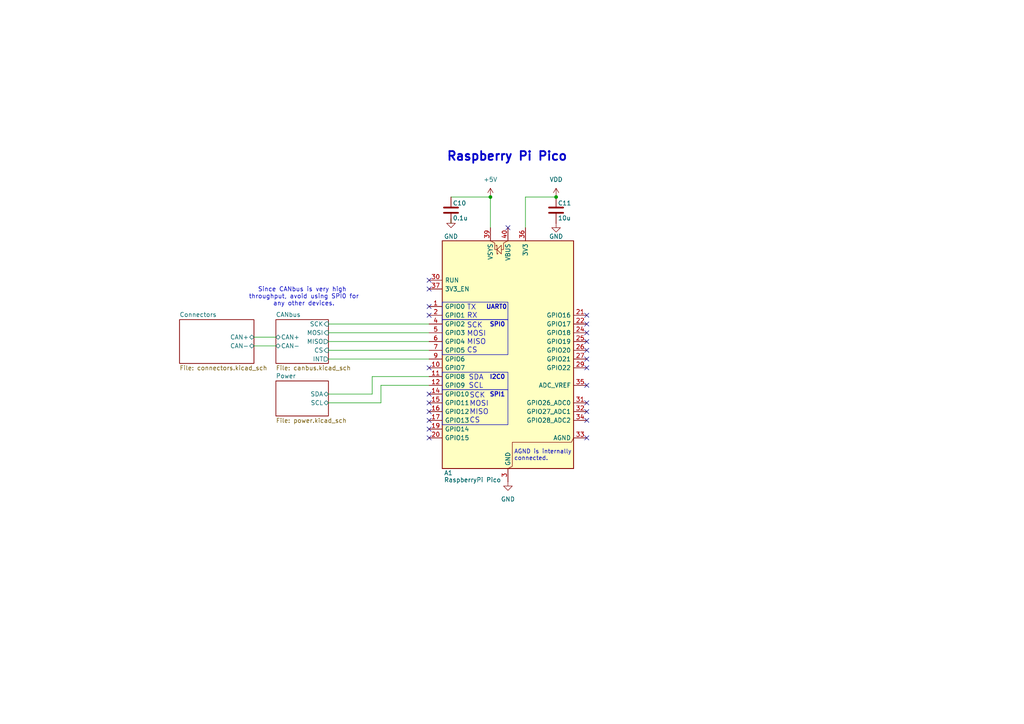
<source format=kicad_sch>
(kicad_sch (version 20250114) (generator "eeschema") (generator_version "9.0")
  (paper "A4")
  (title_block (title "LEOS Power") (date "2026-02-20") (rev "1.1") (company "VIP Lightning From the Edge of Space"))
  (lib_symbols
    (symbol "Device:C" (pin_numbers (hide yes)) (pin_names (offset 0.254))
      (property "Reference" "C" (at 0.635 2.54 0))
      (property "Value" "C" (at 0.635 -2.54 0))
      (symbol "C_0_1"
        (polyline (pts (xy -2.032 0.762) (xy 2.032 0.762)) (stroke (width 0.508)))
        (polyline (pts (xy -2.032 -0.762) (xy 2.032 -0.762)) (stroke (width 0.508)))
      )
      (symbol "C_1_1"
        (pin passive line (at 0 3.81 270) (length 2.794) (name "~") (number "1"))
        (pin passive line (at 0 -3.81 90) (length 2.794) (name "~") (number "2"))
      )
    )
    (symbol "MCU_Module:RaspberryPi_Pico" (pin_names (offset 0.762))
      (property "Reference" "A" (at -19.05 35.56 0))
      (property "Value" "RaspberryPi_Pico" (at 7.62 35.56 0))
      (symbol "RaspberryPi_Pico_0_1"
        (rectangle (start -19.05 34.29) (end 19.05 -31.75) (stroke (width 0.254)) (fill (type background)))
        (polyline (pts (xy -5.08 34.29) (xy -3.81 33.655) (xy -3.81 31.75) (xy -3.175 31.75)))
        (polyline (pts (xy -3.429 32.766) (xy -3.429 33.02) (xy -3.175 33.02) (xy -3.175 30.48) (xy -2.921 30.48) (xy -2.921 30.734)))
        (polyline (pts (xy -3.175 31.75) (xy -1.905 33.02) (xy -1.905 30.48) (xy -3.175 31.75)))
        (polyline (pts (xy 0 34.29) (xy -1.27 33.655) (xy -1.27 31.75) (xy -1.905 31.75)))
        (polyline (pts (xy 0 -31.75) (xy 1.27 -31.115) (xy 1.27 -24.13) (xy 18.415 -24.13) (xy 19.05 -22.86)))
      )
      (symbol "RaspberryPi_Pico_1_1"
        (pin passive line (at -22.86 22.86 0) (length 3.81) (name "RUN") (number "30"))
        (pin passive line (at -22.86 20.32 0) (length 3.81) (name "3V3_EN") (number "37"))
        (pin bidirectional line (at -22.86 15.24 0) (length 3.81) (name "GPIO0") (number "1"))
        (pin bidirectional line (at -22.86 12.7 0) (length 3.81) (name "GPIO1") (number "2"))
        (pin bidirectional line (at -22.86 10.16 0) (length 3.81) (name "GPIO2") (number "4"))
        (pin bidirectional line (at -22.86 7.62 0) (length 3.81) (name "GPIO3") (number "5"))
        (pin bidirectional line (at -22.86 5.08 0) (length 3.81) (name "GPIO4") (number "6"))
        (pin bidirectional line (at -22.86 2.54 0) (length 3.81) (name "GPIO5") (number "7"))
        (pin bidirectional line (at -22.86 0 0) (length 3.81) (name "GPIO6") (number "9"))
        (pin bidirectional line (at -22.86 -2.54 0) (length 3.81) (name "GPIO7") (number "10"))
        (pin bidirectional line (at -22.86 -5.08 0) (length 3.81) (name "GPIO8") (number "11"))
        (pin bidirectional line (at -22.86 -7.62 0) (length 3.81) (name "GPIO9") (number "12"))
        (pin bidirectional line (at -22.86 -10.16 0) (length 3.81) (name "GPIO10") (number "14"))
        (pin bidirectional line (at -22.86 -12.7 0) (length 3.81) (name "GPIO11") (number "15"))
        (pin bidirectional line (at -22.86 -15.24 0) (length 3.81) (name "GPIO12") (number "16"))
        (pin bidirectional line (at -22.86 -17.78 0) (length 3.81) (name "GPIO13") (number "17"))
        (pin bidirectional line (at -22.86 -20.32 0) (length 3.81) (name "GPIO14") (number "19"))
        (pin bidirectional line (at -22.86 -22.86 0) (length 3.81) (name "GPIO15") (number "20"))
        (pin power_in line (at -5.08 38.1 270) (length 3.81) (name "VSYS") (number "39"))
        (pin power_out line (at 0 38.1 270) (length 3.81) (name "VBUS") (number "40"))
        (pin passive line (at 0 -35.56 90) (length 3.81) (hide yes) (name "GND") (number "13"))
        (pin passive line (at 0 -35.56 90) (length 3.81) (hide yes) (name "GND") (number "18"))
        (pin passive line (at 0 -35.56 90) (length 3.81) (hide yes) (name "GND") (number "23"))
        (pin passive line (at 0 -35.56 90) (length 3.81) (hide yes) (name "GND") (number "28"))
        (pin power_out line (at 0 -35.56 90) (length 3.81) (name "GND") (number "3"))
        (pin passive line (at 0 -35.56 90) (length 3.81) (hide yes) (name "GND") (number "38"))
        (pin passive line (at 0 -35.56 90) (length 3.81) (hide yes) (name "GND") (number "8"))
        (pin power_out line (at 5.08 38.1 270) (length 3.81) (name "3V3") (number "36"))
        (pin bidirectional line (at 22.86 12.7 180) (length 3.81) (name "GPIO16") (number "21"))
        (pin bidirectional line (at 22.86 10.16 180) (length 3.81) (name "GPIO17") (number "22"))
        (pin bidirectional line (at 22.86 7.62 180) (length 3.81) (name "GPIO18") (number "24"))
        (pin bidirectional line (at 22.86 5.08 180) (length 3.81) (name "GPIO19") (number "25"))
        (pin bidirectional line (at 22.86 2.54 180) (length 3.81) (name "GPIO20") (number "26"))
        (pin bidirectional line (at 22.86 0 180) (length 3.81) (name "GPIO21") (number "27"))
        (pin bidirectional line (at 22.86 -2.54 180) (length 3.81) (name "GPIO22") (number "29"))
        (pin power_in line (at 22.86 -7.62 180) (length 3.81) (name "ADC_VREF") (number "35"))
        (pin bidirectional line (at 22.86 -12.7 180) (length 3.81) (name "GPIO26_ADC0") (number "31"))
        (pin bidirectional line (at 22.86 -15.24 180) (length 3.81) (name "GPIO27_ADC1") (number "32"))
        (pin bidirectional line (at 22.86 -17.78 180) (length 3.81) (name "GPIO28_ADC2") (number "34"))
        (pin power_out line (at 22.86 -22.86 180) (length 3.81) (name "AGND") (number "33"))
      )
    )
    (symbol "power:+5V" (power) (pin_numbers (hide yes)) (pin_names (offset 0) (hide yes))
      (property "Value" "+5V" (at 0 3.556 0))
      (symbol "+5V_0_1"
        (polyline (pts (xy -0.762 1.27) (xy 0 2.54)))
        (polyline (pts (xy 0 2.54) (xy 0.762 1.27)))
        (polyline (pts (xy 0 0) (xy 0 2.54)))
      )
      (symbol "+5V_1_1"
        (pin power_in line (at 0 0 90) (length 0) (name "~") (number "1"))
      )
    )
    (symbol "power:GND" (power) (pin_numbers (hide yes)) (pin_names (offset 0) (hide yes))
      (property "Value" "GND" (at 0 -3.81 0))
      (symbol "GND_0_1"
        (polyline (pts (xy 0 0) (xy 0 -1.27) (xy 1.27 -1.27) (xy 0 -2.54) (xy -1.27 -1.27) (xy 0 -1.27)))
      )
      (symbol "GND_1_1"
        (pin power_in line (at 0 0 270) (length 0) (name "~") (number "1"))
      )
    )
    (symbol "power:VDD" (power) (pin_numbers (hide yes)) (pin_names (offset 0) (hide yes))
      (property "Value" "VDD" (at 0 3.556 0))
      (symbol "VDD_0_1"
        (polyline (pts (xy -0.762 1.27) (xy 0 2.54)))
        (polyline (pts (xy 0 2.54) (xy 0.762 1.27)))
        (polyline (pts (xy 0 0) (xy 0 2.54)))
      )
      (symbol "VDD_1_1"
        (pin power_in line (at 0 0 90) (length 0) (name "~") (number "1"))
      )
    )
  )
  (rectangle (start 128.27 92.71) (end 147.32 102.87))
  (rectangle (start 128.27 113.03) (end 147.32 123.19))
  (rectangle (start 128.27 107.95) (end 147.32 113.03))
  (rectangle (start 128.27 87.63) (end 147.32 92.71))
  (text "SPI1" (at 144.272 114.554 0) (effects (font (size 1.27 1.27) (thickness 0.254) (bold yes))))
  (text "Raspberry Pi Pico" (at 147.066 45.466 0) (effects (font (size 2.54 2.54) (thickness 0.508) (bold yes))))
  (text "SCK\nMOSI\nMISO\nCS" (at 135.382 98.044 0) (effects (font (size 1.5 1.5)) (justify left)))
  (text "Since CANbus is very high \nthroughput, avoid using SPI0 for\nany other devices." (at 88.138 86.106 0) (effects (font (size 1.27 1.27))))
  (text "SPI0" (at 144.272 94.234 0) (effects (font (size 1.27 1.27) (thickness 0.254) (bold yes))))
  (text "SDA\nSCL" (at 135.89 110.744 0) (effects (font (size 1.5 1.5)) (justify left)))
  (text "TX\nRX" (at 135.382 90.424 0) (effects (font (size 1.5 1.5)) (justify left)))
  (text "UART0" (at 144.018 89.154 0) (effects (font (size 1.27 1.27) (thickness 0.254) (bold yes))))
  (text "SCK\nMOSI\nMISO\nCS" (at 136.144 118.364 0) (effects (font (size 1.5 1.5)) (justify left)))
  (text "I2C0" (at 144.272 109.474 0) (effects (font (size 1.27 1.27) (thickness 0.254) (bold yes))))
  (text "AGND is internally \nconnected." (at 149.098 132.08 0) (effects (font (size 1.2 1.2)) (justify left)))
  (junction (at 161.29 57.15))
  (junction (at 142.24 57.15))
  (no_connect (at 147.32 66.04))
  (no_connect (at 124.46 114.3))
  (no_connect (at 170.18 106.68))
  (no_connect (at 170.18 99.06))
  (no_connect (at 170.18 93.98))
  (no_connect (at 124.46 83.82))
  (no_connect (at 124.46 106.68))
  (no_connect (at 170.18 119.38))
  (no_connect (at 170.18 127))
  (no_connect (at 124.46 116.84))
  (no_connect (at 170.18 91.44))
  (no_connect (at 124.46 124.46))
  (no_connect (at 124.46 91.44))
  (no_connect (at 124.46 127))
  (no_connect (at 124.46 119.38))
  (no_connect (at 124.46 88.9))
  (no_connect (at 170.18 121.92))
  (no_connect (at 170.18 96.52))
  (no_connect (at 124.46 81.28))
  (no_connect (at 170.18 116.84))
  (no_connect (at 124.46 121.92))
  (no_connect (at 170.18 104.14))
  (no_connect (at 170.18 111.76))
  (no_connect (at 170.18 101.6))
  (wire (pts (xy 73.66 97.79) (xy 80.01 97.79)))
  (wire (pts (xy 110.49 116.84) (xy 110.49 111.76)))
  (wire (pts (xy 95.25 101.6) (xy 124.46 101.6)))
  (wire (pts (xy 130.81 57.15) (xy 142.24 57.15)))
  (wire (pts (xy 95.25 96.52) (xy 124.46 96.52)))
  (wire (pts (xy 110.49 111.76) (xy 124.46 111.76)))
  (wire (pts (xy 95.25 116.84) (xy 110.49 116.84)))
  (wire (pts (xy 95.25 114.3) (xy 107.95 114.3)))
  (wire (pts (xy 107.95 114.3) (xy 107.95 109.22)))
  (wire (pts (xy 142.24 57.15) (xy 142.24 66.04)))
  (wire (pts (xy 95.25 104.14) (xy 124.46 104.14)))
  (wire (pts (xy 152.4 66.04) (xy 152.4 57.15)))
  (wire (pts (xy 73.66 100.33) (xy 80.01 100.33)))
  (wire (pts (xy 107.95 109.22) (xy 124.46 109.22)))
  (wire (pts (xy 95.25 99.06) (xy 124.46 99.06)))
  (wire (pts (xy 152.4 57.15) (xy 161.29 57.15)))
  (wire (pts (xy 130.81 64.77) (xy 130.81 63.5)))
  (wire (pts (xy 95.25 93.98) (xy 124.46 93.98)))
  (symbol (lib_id "MCU_Module:RaspberryPi_Pico") (at 147.32 104.14 0) (unit 1)
    (property "Reference" "A1" (at 128.778 137.16 0) (effects (justify left)))
    (property "Value" "RaspberryPi Pico" (at 128.778 139.192 0) (effects (justify left)))
    (property "Footprint" "Module:RaspberryPi_Pico_Common_THT" (effects (hide yes)))
    (property "Datasheet" "https://datasheets.raspberrypi.com/pico/pico-datasheet.pdf" (effects (hide yes)))
    (property "Description" "Pimoroni Pico Plus 2" (effects (hide yes)))
    (property "Digikey" "1778-PIM724-ND" (effects (hide yes)))
    (property "MPN" "PIM724" (effects (hide yes)))
    (property "Manufacturer" "Pimoroni" (effects (hide yes)))
  )
  (symbol (lib_id "power:GND") (at 130.81 63.5 0) (unit 1)
    (property "Reference" "#PWR019" (effects (hide yes)))
    (property "Value" "GND" (at 130.81 68.58 0))
    (property "Description" "Power symbol creates a global label with name \"GND\" , ground" (effects (hide yes)))
  )
  (symbol (lib_id "power:GND") (at 147.32 139.7 0) (unit 1)
    (property "Reference" "#PWR016" (effects (hide yes)))
    (property "Value" "GND" (at 147.32 144.78 0))
    (property "Description" "Power symbol creates a global label with name \"GND\" , ground" (effects (hide yes)))
  )
  (symbol (lib_id "power:GND") (at 161.29 64.77 0) (unit 1)
    (property "Reference" "#PWR021" (effects (hide yes)))
    (property "Value" "GND" (at 161.29 68.58 0))
    (property "Description" "Power symbol creates a global label with name \"GND\" , ground" (effects (hide yes)))
  )
  (symbol (lib_id "Device:C") (at 161.29 60.96 0) (unit 1)
    (property "Reference" "C11" (at 161.798 58.928 0) (effects (justify left)))
    (property "Value" "10u" (at 161.798 63.246 0) (effects (justify left)))
    (property "Footprint" "Capacitor_SMD:C_0805_2012Metric" (effects (hide yes)))
    (property "Description" "10U 16V X7R 0805" (effects (hide yes)))
    (property "Digikey" "1276-2872-1-ND" (effects (hide yes)))
    (property "Manufacturer" "Samsung Electro-Mechanics" (effects (hide yes)))
    (property "MPN" "CL21B106KOQNNNE" (effects (hide yes)))
    (property "LCSC" "C95841" (effects (hide yes)))
  )
  (symbol (lib_id "power:+5V") (at 142.24 57.15 0) (unit 1)
    (property "Reference" "#PWR020" (effects (hide yes)))
    (property "Value" "+5V" (at 142.24 52.07 0))
    (property "Description" "Power symbol creates a global label with name \"+5V\"" (effects (hide yes)))
  )
  (symbol (lib_id "power:VDD") (at 161.29 57.15 0) (unit 1)
    (property "Reference" "#PWR022" (effects (hide yes)))
    (property "Value" "VDD" (at 161.29 52.07 0))
    (property "Description" "Power symbol creates a global label with name \"VDD\"" (effects (hide yes)))
  )
  (symbol (lib_id "Device:C") (at 130.81 60.96 0) (unit 1)
    (property "Reference" "C10" (at 131.318 58.928 0) (effects (justify left)))
    (property "Value" "0.1u" (at 131.318 63.246 0) (effects (justify left)))
    (property "Footprint" "Capacitor_SMD:C_0603_1608Metric" (effects (hide yes)))
    (property "Description" "0.1U 50V X7R 0603" (effects (hide yes)))
    (property "Digikey" "1276-CL10B104KB8NNNLCT-ND" (effects (hide yes)))
    (property "LCSC" "C913912" (effects (hide yes)))
    (property "MPN" "CL10B104KB8NNNL" (effects (hide yes)))
    (property "Manufacturer" "Samsung Electro-Mechanics" (effects (hide yes)))
  )
  (sheet (at 80.01 110.49) (size 15.24 10.16) (stroke (width 0.1524))
    (property "Sheetname" "Power" (at 80.01 109.7784 0) (effects (justify left bottom)))
    (property "Sheetfile" "power.kicad_sch" (at 80.01 121.2346 0) (effects (justify left top)))
    (pin "SCL" bidirectional (at 95.25 116.84 0))
    (pin "SDA" bidirectional (at 95.25 114.3 0))
  )
  (sheet (at 52.07 92.71) (size 21.59 12.7) (stroke (width 0.1524))
    (property "Sheetname" "Connectors" (at 52.07 91.9984 0) (effects (justify left bottom)))
    (property "Sheetfile" "connectors.kicad_sch" (at 52.07 105.9946 0) (effects (justify left top)))
    (pin "CAN+" bidirectional (at 73.66 97.79 0))
    (pin "CAN-" bidirectional (at 73.66 100.33 0))
  )
  (sheet (at 80.01 92.71) (size 15.24 12.7) (stroke (width 0.1524))
    (property "Sheetname" "CANbus" (at 80.01 91.9984 0) (effects (justify left bottom)))
    (property "Sheetfile" "canbus.kicad_sch" (at 80.01 105.9946 0) (effects (justify left top)))
    (pin "CS" input (at 95.25 101.6 0))
    (pin "MOSI" input (at 95.25 96.52 0))
    (pin "SCK" input (at 95.25 93.98 0))
    (pin "CAN+" bidirectional (at 80.01 97.79 180))
    (pin "CAN-" bidirectional (at 80.01 100.33 180))
    (pin "INT" output (at 95.25 104.14 0))
    (pin "MISO" output (at 95.25 99.06 0))
  )
)
</source>
